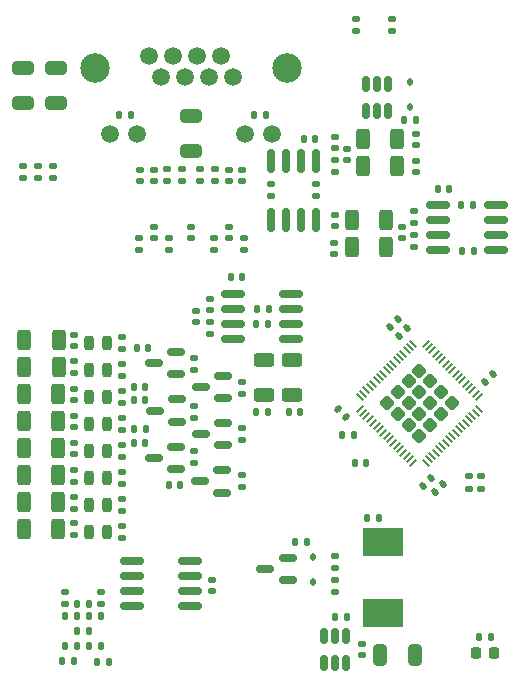
<source format=gbr>
%TF.GenerationSoftware,KiCad,Pcbnew,8.0.0*%
%TF.CreationDate,2024-03-22T12:56:57+01:00*%
%TF.ProjectId,WCH-ETH-LOW,5743482d-4554-4482-9d4c-4f572e6b6963,rev?*%
%TF.SameCoordinates,Original*%
%TF.FileFunction,Paste,Bot*%
%TF.FilePolarity,Positive*%
%FSLAX46Y46*%
G04 Gerber Fmt 4.6, Leading zero omitted, Abs format (unit mm)*
G04 Created by KiCad (PCBNEW 8.0.0) date 2024-03-22 12:56:57*
%MOMM*%
%LPD*%
G01*
G04 APERTURE LIST*
G04 Aperture macros list*
%AMRoundRect*
0 Rectangle with rounded corners*
0 $1 Rounding radius*
0 $2 $3 $4 $5 $6 $7 $8 $9 X,Y pos of 4 corners*
0 Add a 4 corners polygon primitive as box body*
4,1,4,$2,$3,$4,$5,$6,$7,$8,$9,$2,$3,0*
0 Add four circle primitives for the rounded corners*
1,1,$1+$1,$2,$3*
1,1,$1+$1,$4,$5*
1,1,$1+$1,$6,$7*
1,1,$1+$1,$8,$9*
0 Add four rect primitives between the rounded corners*
20,1,$1+$1,$2,$3,$4,$5,0*
20,1,$1+$1,$4,$5,$6,$7,0*
20,1,$1+$1,$6,$7,$8,$9,0*
20,1,$1+$1,$8,$9,$2,$3,0*%
G04 Aperture macros list end*
%ADD10C,2.500000*%
%ADD11C,1.520000*%
%ADD12RoundRect,0.140000X0.021213X-0.219203X0.219203X-0.021213X-0.021213X0.219203X-0.219203X0.021213X0*%
%ADD13RoundRect,0.250000X-0.312500X-0.625000X0.312500X-0.625000X0.312500X0.625000X-0.312500X0.625000X0*%
%ADD14RoundRect,0.112500X0.112500X-0.187500X0.112500X0.187500X-0.112500X0.187500X-0.112500X-0.187500X0*%
%ADD15RoundRect,0.140000X-0.170000X0.140000X-0.170000X-0.140000X0.170000X-0.140000X0.170000X0.140000X0*%
%ADD16RoundRect,0.140000X0.140000X0.170000X-0.140000X0.170000X-0.140000X-0.170000X0.140000X-0.170000X0*%
%ADD17RoundRect,0.150000X0.587500X0.150000X-0.587500X0.150000X-0.587500X-0.150000X0.587500X-0.150000X0*%
%ADD18RoundRect,0.140000X-0.140000X-0.170000X0.140000X-0.170000X0.140000X0.170000X-0.140000X0.170000X0*%
%ADD19RoundRect,0.250000X0.312500X0.625000X-0.312500X0.625000X-0.312500X-0.625000X0.312500X-0.625000X0*%
%ADD20RoundRect,0.250000X0.325000X0.650000X-0.325000X0.650000X-0.325000X-0.650000X0.325000X-0.650000X0*%
%ADD21RoundRect,0.135000X0.185000X-0.135000X0.185000X0.135000X-0.185000X0.135000X-0.185000X-0.135000X0*%
%ADD22RoundRect,0.147500X0.147500X0.172500X-0.147500X0.172500X-0.147500X-0.172500X0.147500X-0.172500X0*%
%ADD23RoundRect,0.250000X-0.625000X0.312500X-0.625000X-0.312500X0.625000X-0.312500X0.625000X0.312500X0*%
%ADD24RoundRect,0.147500X-0.147500X-0.172500X0.147500X-0.172500X0.147500X0.172500X-0.147500X0.172500X0*%
%ADD25RoundRect,0.135000X0.135000X0.185000X-0.135000X0.185000X-0.135000X-0.185000X0.135000X-0.185000X0*%
%ADD26RoundRect,0.135000X-0.135000X-0.185000X0.135000X-0.185000X0.135000X0.185000X-0.135000X0.185000X0*%
%ADD27RoundRect,0.218750X0.218750X0.256250X-0.218750X0.256250X-0.218750X-0.256250X0.218750X-0.256250X0*%
%ADD28RoundRect,0.250000X0.000000X-0.388909X0.388909X0.000000X0.000000X0.388909X-0.388909X0.000000X0*%
%ADD29RoundRect,0.050000X-0.220971X-0.291682X0.291682X0.220971X0.220971X0.291682X-0.291682X-0.220971X0*%
%ADD30RoundRect,0.050000X0.220971X-0.291682X0.291682X-0.220971X-0.220971X0.291682X-0.291682X0.220971X0*%
%ADD31RoundRect,0.250000X0.650000X-0.325000X0.650000X0.325000X-0.650000X0.325000X-0.650000X-0.325000X0*%
%ADD32RoundRect,0.140000X-0.021213X0.219203X-0.219203X0.021213X0.021213X-0.219203X0.219203X-0.021213X0*%
%ADD33RoundRect,0.150000X0.150000X-0.512500X0.150000X0.512500X-0.150000X0.512500X-0.150000X-0.512500X0*%
%ADD34RoundRect,0.135000X-0.185000X0.135000X-0.185000X-0.135000X0.185000X-0.135000X0.185000X0.135000X0*%
%ADD35RoundRect,0.140000X0.219203X0.021213X0.021213X0.219203X-0.219203X-0.021213X-0.021213X-0.219203X0*%
%ADD36RoundRect,0.140000X0.170000X-0.140000X0.170000X0.140000X-0.170000X0.140000X-0.170000X-0.140000X0*%
%ADD37RoundRect,0.200000X-0.200000X-0.400000X0.200000X-0.400000X0.200000X0.400000X-0.200000X0.400000X0*%
%ADD38RoundRect,0.250000X-0.650000X0.325000X-0.650000X-0.325000X0.650000X-0.325000X0.650000X0.325000X0*%
%ADD39RoundRect,0.150000X0.825000X0.150000X-0.825000X0.150000X-0.825000X-0.150000X0.825000X-0.150000X0*%
%ADD40RoundRect,0.147500X-0.172500X0.147500X-0.172500X-0.147500X0.172500X-0.147500X0.172500X0.147500X0*%
%ADD41RoundRect,0.150000X0.150000X-0.825000X0.150000X0.825000X-0.150000X0.825000X-0.150000X-0.825000X0*%
%ADD42R,3.500000X2.350000*%
%ADD43RoundRect,0.147500X0.172500X-0.147500X0.172500X0.147500X-0.172500X0.147500X-0.172500X-0.147500X0*%
G04 APERTURE END LIST*
D10*
%TO.C,RJ1*%
X98046000Y-79835000D03*
X81786000Y-79835000D03*
D11*
X83056000Y-85405000D03*
X85346000Y-85405000D03*
X94486000Y-85405000D03*
X96776000Y-85405000D03*
X93486000Y-80595000D03*
X92466000Y-78805000D03*
X91446000Y-80595000D03*
X90426000Y-78805000D03*
X89406000Y-80595000D03*
X88386000Y-78805000D03*
X87366000Y-80595000D03*
X86346000Y-78805000D03*
%TD*%
D12*
%TO.C,C21*%
X107510589Y-102519411D03*
X108189411Y-101840589D03*
%TD*%
D13*
%TO.C,R8*%
X75753500Y-116588000D03*
X78678500Y-116588000D03*
%TD*%
D14*
%TO.C,D5*%
X100205250Y-123300000D03*
X100205250Y-121200000D03*
%TD*%
D15*
%TO.C,C38*%
X89920000Y-93270000D03*
X89920000Y-94230000D03*
%TD*%
D16*
%TO.C,C15*%
X100440000Y-85860000D03*
X99480000Y-85860000D03*
%TD*%
D17*
%TO.C,Q2*%
X92553000Y-113858000D03*
X92553000Y-115758000D03*
X90678000Y-114808000D03*
%TD*%
D18*
%TO.C,C9*%
X102120000Y-126280000D03*
X103080000Y-126280000D03*
%TD*%
D15*
%TO.C,C20*%
X108777000Y-91952000D03*
X108777000Y-92912000D03*
%TD*%
D19*
%TO.C,R32*%
X106429500Y-94996000D03*
X103504500Y-94996000D03*
%TD*%
D20*
%TO.C,C14*%
X108885000Y-129530000D03*
X105935000Y-129530000D03*
%TD*%
D12*
%TO.C,C46*%
X114820589Y-106419411D03*
X115499411Y-105740589D03*
%TD*%
D21*
%TO.C,R56*%
X75692000Y-89156000D03*
X75692000Y-88136000D03*
%TD*%
D18*
%TO.C,C16*%
X93300000Y-97540000D03*
X94260000Y-97540000D03*
%TD*%
D21*
%TO.C,R49*%
X94200000Y-111320000D03*
X94200000Y-110300000D03*
%TD*%
D22*
%TO.C,D8*%
X96402500Y-108960000D03*
X95432500Y-108960000D03*
%TD*%
D23*
%TO.C,R25*%
X96080000Y-104547500D03*
X96080000Y-107472500D03*
%TD*%
D16*
%TO.C,C41*%
X108930000Y-84190000D03*
X107970000Y-84190000D03*
%TD*%
D24*
%TO.C,D24*%
X85085000Y-106780000D03*
X86055000Y-106780000D03*
%TD*%
D21*
%TO.C,R57*%
X114460000Y-115415000D03*
X114460000Y-114395000D03*
%TD*%
D17*
%TO.C,Q4*%
X88646000Y-111858000D03*
X88646000Y-113758000D03*
X86771000Y-112808000D03*
%TD*%
D18*
%TO.C,C6*%
X81300000Y-128740000D03*
X82260000Y-128740000D03*
%TD*%
D16*
%TO.C,C5*%
X80230000Y-128730000D03*
X79270000Y-128730000D03*
%TD*%
D25*
%TO.C,R65*%
X84838000Y-83820000D03*
X83818000Y-83820000D03*
%TD*%
D26*
%TO.C,R61*%
X95248000Y-83820000D03*
X96268000Y-83820000D03*
%TD*%
D21*
%TO.C,R48*%
X90170000Y-113286000D03*
X90170000Y-112266000D03*
%TD*%
D27*
%TO.C,D6*%
X115577500Y-129380000D03*
X114002500Y-129380000D03*
%TD*%
D21*
%TO.C,R16*%
X96660000Y-90610000D03*
X96660000Y-89590000D03*
%TD*%
D28*
%TO.C,IC2*%
X109253025Y-110948225D03*
X108333786Y-110028987D03*
X107414547Y-109109748D03*
X106495309Y-108190509D03*
X110172264Y-110028987D03*
X109253025Y-109109748D03*
X108333786Y-108190509D03*
X107414547Y-107271270D03*
X111091503Y-109109748D03*
X110172264Y-108190509D03*
X109253025Y-107271270D03*
X108333786Y-106352031D03*
X112010741Y-108190509D03*
X111091503Y-107271270D03*
X110172264Y-106352031D03*
X109253025Y-105432793D03*
D29*
X108731534Y-113237484D03*
X108448691Y-112954641D03*
X108165848Y-112671798D03*
X107883006Y-112388956D03*
X107600163Y-112106113D03*
X107317320Y-111823270D03*
X107034477Y-111540427D03*
X106751635Y-111257585D03*
X106468792Y-110974742D03*
X106185949Y-110691899D03*
X105903107Y-110409057D03*
X105620264Y-110126214D03*
X105337421Y-109843371D03*
X105054578Y-109560528D03*
X104771736Y-109277686D03*
X104488893Y-108994843D03*
X104206050Y-108712000D03*
D30*
X104206050Y-107669018D03*
X104488893Y-107386175D03*
X104771736Y-107103332D03*
X105054578Y-106820490D03*
X105337421Y-106537647D03*
X105620264Y-106254804D03*
X105903107Y-105971961D03*
X106185949Y-105689119D03*
X106468792Y-105406276D03*
X106751635Y-105123433D03*
X107034477Y-104840591D03*
X107317320Y-104557748D03*
X107600163Y-104274905D03*
X107883006Y-103992062D03*
X108165848Y-103709220D03*
X108448691Y-103426377D03*
X108731534Y-103143534D03*
D29*
X109774516Y-103143534D03*
X110057359Y-103426377D03*
X110340202Y-103709220D03*
X110623044Y-103992062D03*
X110905887Y-104274905D03*
X111188730Y-104557748D03*
X111471573Y-104840591D03*
X111754415Y-105123433D03*
X112037258Y-105406276D03*
X112320101Y-105689119D03*
X112602943Y-105971961D03*
X112885786Y-106254804D03*
X113168629Y-106537647D03*
X113451472Y-106820490D03*
X113734314Y-107103332D03*
X114017157Y-107386175D03*
X114300000Y-107669018D03*
D30*
X114300000Y-108712000D03*
X114017157Y-108994843D03*
X113734314Y-109277686D03*
X113451472Y-109560528D03*
X113168629Y-109843371D03*
X112885786Y-110126214D03*
X112602943Y-110409057D03*
X112320101Y-110691899D03*
X112037258Y-110974742D03*
X111754415Y-111257585D03*
X111471573Y-111540427D03*
X111188730Y-111823270D03*
X110905887Y-112106113D03*
X110623044Y-112388956D03*
X110340202Y-112671798D03*
X110057359Y-112954641D03*
X109774516Y-113237484D03*
%TD*%
D21*
%TO.C,R64*%
X90678000Y-89410000D03*
X90678000Y-88390000D03*
%TD*%
D31*
%TO.C,C35*%
X89916000Y-86819000D03*
X89916000Y-83869000D03*
%TD*%
D13*
%TO.C,R10*%
X75753500Y-114302000D03*
X78678500Y-114302000D03*
%TD*%
D32*
%TO.C,C8*%
X110260000Y-114530000D03*
X109581178Y-115208822D03*
%TD*%
D33*
%TO.C,U2*%
X106614000Y-83433500D03*
X105664000Y-83433500D03*
X104714000Y-83433500D03*
X104714000Y-81158500D03*
X105664000Y-81158500D03*
X106614000Y-81158500D03*
%TD*%
D13*
%TO.C,R37*%
X75815000Y-102872000D03*
X78740000Y-102872000D03*
%TD*%
D34*
%TO.C,R2*%
X82296000Y-124206000D03*
X82296000Y-125226000D03*
%TD*%
%TO.C,R45*%
X84074000Y-102614000D03*
X84074000Y-103634000D03*
%TD*%
D35*
%TO.C,C4*%
X103049411Y-109319411D03*
X102370589Y-108640589D03*
%TD*%
D36*
%TO.C,C25*%
X80040000Y-117130000D03*
X80040000Y-116170000D03*
%TD*%
D37*
%TO.C,D3*%
X81242000Y-119128000D03*
X82842000Y-119128000D03*
%TD*%
%TO.C,D14*%
X81242000Y-112270000D03*
X82842000Y-112270000D03*
%TD*%
D21*
%TO.C,R13*%
X102108000Y-124210000D03*
X102108000Y-123190000D03*
%TD*%
D36*
%TO.C,C30*%
X80030000Y-105610000D03*
X80030000Y-104650000D03*
%TD*%
D12*
%TO.C,C22*%
X106770589Y-101739411D03*
X107449411Y-101060589D03*
%TD*%
D34*
%TO.C,R43*%
X84074000Y-107188000D03*
X84074000Y-108208000D03*
%TD*%
D15*
%TO.C,C36*%
X85598000Y-88420000D03*
X85598000Y-89380000D03*
%TD*%
D21*
%TO.C,R15*%
X100480000Y-90650000D03*
X100480000Y-89630000D03*
%TD*%
D34*
%TO.C,R40*%
X84074000Y-114046000D03*
X84074000Y-115066000D03*
%TD*%
D38*
%TO.C,R59*%
X78486000Y-79805000D03*
X78486000Y-82755000D03*
%TD*%
D25*
%TO.C,R27*%
X113820000Y-91430000D03*
X112800000Y-91430000D03*
%TD*%
D21*
%TO.C,R52*%
X90170000Y-105412000D03*
X90170000Y-104392000D03*
%TD*%
D39*
%TO.C,U1*%
X89851000Y-121539000D03*
X89851000Y-122809000D03*
X89851000Y-124079000D03*
X89851000Y-125349000D03*
X84901000Y-125349000D03*
X84901000Y-124079000D03*
X84901000Y-122809000D03*
X84901000Y-121539000D03*
%TD*%
D25*
%TO.C,R14*%
X115334190Y-127950000D03*
X114314190Y-127950000D03*
%TD*%
D36*
%TO.C,C1*%
X91710000Y-124080000D03*
X91710000Y-123120000D03*
%TD*%
D17*
%TO.C,Q6*%
X92631500Y-109858000D03*
X92631500Y-111758000D03*
X90756500Y-110808000D03*
%TD*%
D22*
%TO.C,D2*%
X82955000Y-130070000D03*
X81985000Y-130070000D03*
%TD*%
D21*
%TO.C,R50*%
X90170000Y-109474000D03*
X90170000Y-108454000D03*
%TD*%
D33*
%TO.C,IC1*%
X103058000Y-130169500D03*
X102108000Y-130169500D03*
X101158000Y-130169500D03*
X101158000Y-127894500D03*
X102108000Y-127894500D03*
X103058000Y-127894500D03*
%TD*%
D34*
%TO.C,R68*%
X91821000Y-94232000D03*
X91821000Y-95252000D03*
%TD*%
D21*
%TO.C,R47*%
X78232000Y-89156000D03*
X78232000Y-88136000D03*
%TD*%
D34*
%TO.C,R39*%
X84074000Y-116332000D03*
X84074000Y-117352000D03*
%TD*%
D36*
%TO.C,C28*%
X80020000Y-110240000D03*
X80020000Y-109280000D03*
%TD*%
D26*
%TO.C,R6*%
X81276000Y-126238000D03*
X82296000Y-126238000D03*
%TD*%
D40*
%TO.C,D11*%
X102070000Y-92235000D03*
X102070000Y-93205000D03*
%TD*%
D34*
%TO.C,R67*%
X88011000Y-94232000D03*
X88011000Y-95252000D03*
%TD*%
D23*
%TO.C,R26*%
X98500000Y-104547500D03*
X98500000Y-107472500D03*
%TD*%
D22*
%TO.C,D25*%
X86287500Y-103520000D03*
X85317500Y-103520000D03*
%TD*%
D34*
%TO.C,R44*%
X84074000Y-104900000D03*
X84074000Y-105920000D03*
%TD*%
D36*
%TO.C,C26*%
X80050000Y-114830000D03*
X80050000Y-113870000D03*
%TD*%
D17*
%TO.C,Q1*%
X98094750Y-121300000D03*
X98094750Y-123200000D03*
X96219750Y-122250000D03*
%TD*%
D21*
%TO.C,R29*%
X108777000Y-95000000D03*
X108777000Y-93980000D03*
%TD*%
D16*
%TO.C,C2*%
X103690000Y-110880000D03*
X102730000Y-110880000D03*
%TD*%
D13*
%TO.C,R24*%
X104455500Y-88138000D03*
X107380500Y-88138000D03*
%TD*%
D21*
%TO.C,R46*%
X94234000Y-115316000D03*
X94234000Y-114296000D03*
%TD*%
D36*
%TO.C,C29*%
X80010000Y-107930000D03*
X80010000Y-106970000D03*
%TD*%
D25*
%TO.C,R3*%
X113845000Y-95280000D03*
X112825000Y-95280000D03*
%TD*%
D36*
%TO.C,C11*%
X104394000Y-129512000D03*
X104394000Y-128552000D03*
%TD*%
D17*
%TO.C,Q8*%
X92631500Y-105858000D03*
X92631500Y-107758000D03*
X90756500Y-106808000D03*
%TD*%
D13*
%TO.C,R35*%
X75753500Y-107444000D03*
X78678500Y-107444000D03*
%TD*%
D18*
%TO.C,C12*%
X104830000Y-117900000D03*
X105790000Y-117900000D03*
%TD*%
D21*
%TO.C,R62*%
X87884000Y-89408000D03*
X87884000Y-88388000D03*
%TD*%
D15*
%TO.C,R30*%
X107761000Y-93246000D03*
X107761000Y-94206000D03*
%TD*%
%TO.C,C37*%
X94234000Y-88420000D03*
X94234000Y-89380000D03*
%TD*%
%TO.C,C17*%
X102108000Y-85654000D03*
X102108000Y-86614000D03*
%TD*%
D25*
%TO.C,R11*%
X99699250Y-119964000D03*
X98679250Y-119964000D03*
%TD*%
D13*
%TO.C,R36*%
X75815000Y-105158000D03*
X78740000Y-105158000D03*
%TD*%
D15*
%TO.C,C39*%
X93110000Y-93260000D03*
X93110000Y-94220000D03*
%TD*%
D16*
%TO.C,C23*%
X104765000Y-113230000D03*
X103805000Y-113230000D03*
%TD*%
D19*
%TO.C,R31*%
X106429500Y-92710000D03*
X103504500Y-92710000D03*
%TD*%
D25*
%TO.C,R17*%
X96495000Y-100215000D03*
X95475000Y-100215000D03*
%TD*%
D41*
%TO.C,U3*%
X100457000Y-92645000D03*
X99187000Y-92645000D03*
X97917000Y-92645000D03*
X96647000Y-92645000D03*
X96647000Y-87695000D03*
X97917000Y-87695000D03*
X99187000Y-87695000D03*
X100457000Y-87695000D03*
%TD*%
D42*
%TO.C,L3*%
X106172000Y-125961000D03*
X106172000Y-119911000D03*
%TD*%
D34*
%TO.C,R71*%
X103914000Y-75690000D03*
X103914000Y-76710000D03*
%TD*%
D15*
%TO.C,C33*%
X93091000Y-88422000D03*
X93091000Y-89382000D03*
%TD*%
D13*
%TO.C,R34*%
X75753500Y-109730000D03*
X78678500Y-109730000D03*
%TD*%
D36*
%TO.C,C24*%
X80040000Y-119330000D03*
X80040000Y-118370000D03*
%TD*%
D15*
%TO.C,R21*%
X103124000Y-86642000D03*
X103124000Y-87602000D03*
%TD*%
D21*
%TO.C,R55*%
X76962000Y-89156000D03*
X76962000Y-88136000D03*
%TD*%
D34*
%TO.C,R58*%
X113410000Y-114395000D03*
X113410000Y-115415000D03*
%TD*%
%TO.C,R1*%
X79248000Y-124206000D03*
X79248000Y-125226000D03*
%TD*%
D18*
%TO.C,C19*%
X110810000Y-90030000D03*
X111770000Y-90030000D03*
%TD*%
D15*
%TO.C,C40*%
X86740000Y-93280000D03*
X86740000Y-94240000D03*
%TD*%
D37*
%TO.C,D16*%
X81242000Y-107698000D03*
X82842000Y-107698000D03*
%TD*%
D38*
%TO.C,C32*%
X75692000Y-79805000D03*
X75692000Y-82755000D03*
%TD*%
D15*
%TO.C,C34*%
X86741000Y-88422000D03*
X86741000Y-89382000D03*
%TD*%
D17*
%TO.C,Q7*%
X88743000Y-107858000D03*
X88743000Y-109758000D03*
X86868000Y-108808000D03*
%TD*%
D43*
%TO.C,D12*%
X102030000Y-95575000D03*
X102030000Y-94605000D03*
%TD*%
D16*
%TO.C,C3*%
X81252000Y-125222000D03*
X80292000Y-125222000D03*
%TD*%
D13*
%TO.C,R23*%
X104455500Y-85852000D03*
X107380500Y-85852000D03*
%TD*%
D15*
%TO.C,R22*%
X90330000Y-100380000D03*
X90330000Y-101340000D03*
%TD*%
D21*
%TO.C,R63*%
X89154000Y-89410000D03*
X89154000Y-88390000D03*
%TD*%
D22*
%TO.C,D21*%
X86055000Y-111540000D03*
X85085000Y-111540000D03*
%TD*%
D26*
%TO.C,R5*%
X79244000Y-126238000D03*
X80264000Y-126238000D03*
%TD*%
D32*
%TO.C,C7*%
X111279411Y-115030589D03*
X110600589Y-115709411D03*
%TD*%
D37*
%TO.C,D13*%
X81242000Y-114556000D03*
X82842000Y-114556000D03*
%TD*%
D24*
%TO.C,D1*%
X79017000Y-130048000D03*
X79987000Y-130048000D03*
%TD*%
D21*
%TO.C,R12*%
X102108000Y-122178000D03*
X102108000Y-121158000D03*
%TD*%
D17*
%TO.C,Q9*%
X88646000Y-103858000D03*
X88646000Y-105758000D03*
X86771000Y-104808000D03*
%TD*%
D37*
%TO.C,D15*%
X81242000Y-109984000D03*
X82842000Y-109984000D03*
%TD*%
D24*
%TO.C,D22*%
X85105000Y-110360000D03*
X86075000Y-110360000D03*
%TD*%
D34*
%TO.C,R38*%
X84074000Y-118618000D03*
X84074000Y-119638000D03*
%TD*%
D24*
%TO.C,D20*%
X88045000Y-115150000D03*
X89015000Y-115150000D03*
%TD*%
D25*
%TO.C,R\u00EA1*%
X96470000Y-101490000D03*
X95450000Y-101490000D03*
%TD*%
D34*
%TO.C,R42*%
X84074000Y-109474000D03*
X84074000Y-110494000D03*
%TD*%
D21*
%TO.C,R60*%
X91948000Y-89410000D03*
X91948000Y-88390000D03*
%TD*%
D37*
%TO.C,D18*%
X81242000Y-103124000D03*
X82842000Y-103124000D03*
%TD*%
D34*
%TO.C,R66*%
X85471000Y-94232000D03*
X85471000Y-95252000D03*
%TD*%
D21*
%TO.C,R51*%
X94234000Y-107442000D03*
X94234000Y-106422000D03*
%TD*%
D36*
%TO.C,C27*%
X80040000Y-112500000D03*
X80040000Y-111540000D03*
%TD*%
D21*
%TO.C,R20*%
X91510000Y-102360000D03*
X91510000Y-101340000D03*
%TD*%
D39*
%TO.C,U4*%
X98410000Y-98945000D03*
X98410000Y-100215000D03*
X98410000Y-101485000D03*
X98410000Y-102755000D03*
X93460000Y-102755000D03*
X93460000Y-101485000D03*
X93460000Y-100215000D03*
X93460000Y-98945000D03*
%TD*%
D36*
%TO.C,C31*%
X80010000Y-103350000D03*
X80010000Y-102390000D03*
%TD*%
D15*
%TO.C,C18*%
X91500000Y-99330000D03*
X91500000Y-100290000D03*
%TD*%
D37*
%TO.C,D17*%
X81242000Y-105410000D03*
X82842000Y-105410000D03*
%TD*%
D34*
%TO.C,R41*%
X84074000Y-111760000D03*
X84074000Y-112780000D03*
%TD*%
D40*
%TO.C,D7*%
X108966000Y-85367000D03*
X108966000Y-86337000D03*
%TD*%
D39*
%TO.C,U5*%
X115759000Y-91440000D03*
X115759000Y-92710000D03*
X115759000Y-93980000D03*
X115759000Y-95250000D03*
X110809000Y-95250000D03*
X110809000Y-93980000D03*
X110809000Y-92710000D03*
X110809000Y-91440000D03*
%TD*%
D34*
%TO.C,R70*%
X106914000Y-75690000D03*
X106914000Y-76710000D03*
%TD*%
D26*
%TO.C,R9*%
X80262000Y-127508000D03*
X81282000Y-127508000D03*
%TD*%
D14*
%TO.C,D28*%
X108458000Y-83092000D03*
X108458000Y-80992000D03*
%TD*%
D34*
%TO.C,R69*%
X94361000Y-94232000D03*
X94361000Y-95252000D03*
%TD*%
D24*
%TO.C,D10*%
X98185000Y-108920000D03*
X99155000Y-108920000D03*
%TD*%
D13*
%TO.C,R7*%
X75753500Y-118874000D03*
X78678500Y-118874000D03*
%TD*%
D37*
%TO.C,D4*%
X81242000Y-116842000D03*
X82842000Y-116842000D03*
%TD*%
D22*
%TO.C,D23*%
X86055000Y-107900000D03*
X85085000Y-107900000D03*
%TD*%
D13*
%TO.C,R33*%
X75753500Y-112016000D03*
X78678500Y-112016000D03*
%TD*%
D43*
%TO.C,D9*%
X108966000Y-88655000D03*
X108966000Y-87685000D03*
%TD*%
D21*
%TO.C,R19*%
X102108000Y-88644000D03*
X102108000Y-87624000D03*
%TD*%
M02*

</source>
